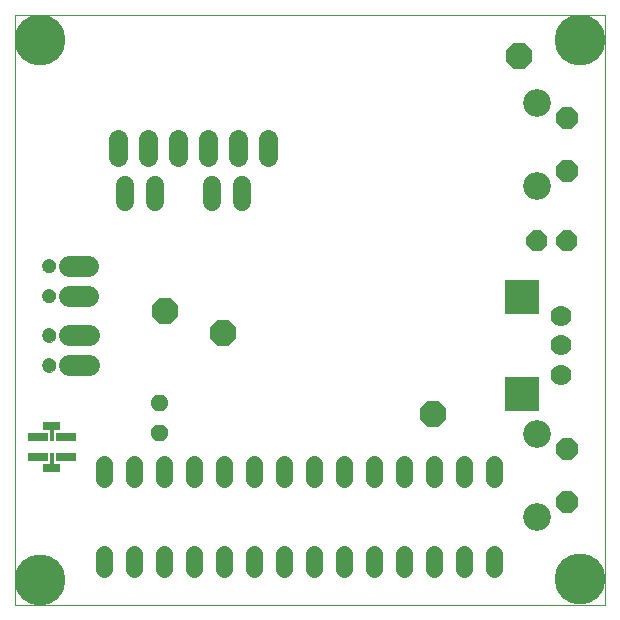
<source format=gts>
G75*
%MOIN*%
%OFA0B0*%
%FSLAX24Y24*%
%IPPOS*%
%LPD*%
%AMOC8*
5,1,8,0,0,1.08239X$1,22.5*
%
%ADD10C,0.0000*%
%ADD11OC8,0.0890*%
%ADD12C,0.0560*%
%ADD13C,0.0600*%
%ADD14C,0.0112*%
%ADD15OC8,0.0700*%
%ADD16OC8,0.0740*%
%ADD17C,0.0925*%
%ADD18C,0.0700*%
%ADD19R,0.1142X0.1142*%
%ADD20C,0.0640*%
%ADD21C,0.0690*%
%ADD22C,0.0473*%
%ADD23R,0.0152X0.0316*%
%ADD24C,0.1700*%
D10*
X000350Y000350D02*
X000350Y020035D01*
X020035Y020035D01*
X020035Y000350D01*
X000350Y000350D01*
X001267Y008344D02*
X001269Y008373D01*
X001275Y008401D01*
X001284Y008429D01*
X001297Y008455D01*
X001314Y008478D01*
X001333Y008500D01*
X001355Y008519D01*
X001380Y008534D01*
X001406Y008547D01*
X001434Y008555D01*
X001462Y008560D01*
X001491Y008561D01*
X001520Y008558D01*
X001548Y008551D01*
X001575Y008541D01*
X001601Y008527D01*
X001624Y008510D01*
X001645Y008490D01*
X001663Y008467D01*
X001678Y008442D01*
X001689Y008415D01*
X001697Y008387D01*
X001701Y008358D01*
X001701Y008330D01*
X001697Y008301D01*
X001689Y008273D01*
X001678Y008246D01*
X001663Y008221D01*
X001645Y008198D01*
X001624Y008178D01*
X001601Y008161D01*
X001575Y008147D01*
X001548Y008137D01*
X001520Y008130D01*
X001491Y008127D01*
X001462Y008128D01*
X001434Y008133D01*
X001406Y008141D01*
X001380Y008154D01*
X001355Y008169D01*
X001333Y008188D01*
X001314Y008210D01*
X001297Y008233D01*
X001284Y008259D01*
X001275Y008287D01*
X001269Y008315D01*
X001267Y008344D01*
X001267Y009344D02*
X001269Y009373D01*
X001275Y009401D01*
X001284Y009429D01*
X001297Y009455D01*
X001314Y009478D01*
X001333Y009500D01*
X001355Y009519D01*
X001380Y009534D01*
X001406Y009547D01*
X001434Y009555D01*
X001462Y009560D01*
X001491Y009561D01*
X001520Y009558D01*
X001548Y009551D01*
X001575Y009541D01*
X001601Y009527D01*
X001624Y009510D01*
X001645Y009490D01*
X001663Y009467D01*
X001678Y009442D01*
X001689Y009415D01*
X001697Y009387D01*
X001701Y009358D01*
X001701Y009330D01*
X001697Y009301D01*
X001689Y009273D01*
X001678Y009246D01*
X001663Y009221D01*
X001645Y009198D01*
X001624Y009178D01*
X001601Y009161D01*
X001575Y009147D01*
X001548Y009137D01*
X001520Y009130D01*
X001491Y009127D01*
X001462Y009128D01*
X001434Y009133D01*
X001406Y009141D01*
X001380Y009154D01*
X001355Y009169D01*
X001333Y009188D01*
X001314Y009210D01*
X001297Y009233D01*
X001284Y009259D01*
X001275Y009287D01*
X001269Y009315D01*
X001267Y009344D01*
X001259Y010670D02*
X001261Y010699D01*
X001267Y010727D01*
X001276Y010755D01*
X001289Y010781D01*
X001306Y010804D01*
X001325Y010826D01*
X001347Y010845D01*
X001372Y010860D01*
X001398Y010873D01*
X001426Y010881D01*
X001454Y010886D01*
X001483Y010887D01*
X001512Y010884D01*
X001540Y010877D01*
X001567Y010867D01*
X001593Y010853D01*
X001616Y010836D01*
X001637Y010816D01*
X001655Y010793D01*
X001670Y010768D01*
X001681Y010741D01*
X001689Y010713D01*
X001693Y010684D01*
X001693Y010656D01*
X001689Y010627D01*
X001681Y010599D01*
X001670Y010572D01*
X001655Y010547D01*
X001637Y010524D01*
X001616Y010504D01*
X001593Y010487D01*
X001567Y010473D01*
X001540Y010463D01*
X001512Y010456D01*
X001483Y010453D01*
X001454Y010454D01*
X001426Y010459D01*
X001398Y010467D01*
X001372Y010480D01*
X001347Y010495D01*
X001325Y010514D01*
X001306Y010536D01*
X001289Y010559D01*
X001276Y010585D01*
X001267Y010613D01*
X001261Y010641D01*
X001259Y010670D01*
X001259Y011670D02*
X001261Y011699D01*
X001267Y011727D01*
X001276Y011755D01*
X001289Y011781D01*
X001306Y011804D01*
X001325Y011826D01*
X001347Y011845D01*
X001372Y011860D01*
X001398Y011873D01*
X001426Y011881D01*
X001454Y011886D01*
X001483Y011887D01*
X001512Y011884D01*
X001540Y011877D01*
X001567Y011867D01*
X001593Y011853D01*
X001616Y011836D01*
X001637Y011816D01*
X001655Y011793D01*
X001670Y011768D01*
X001681Y011741D01*
X001689Y011713D01*
X001693Y011684D01*
X001693Y011656D01*
X001689Y011627D01*
X001681Y011599D01*
X001670Y011572D01*
X001655Y011547D01*
X001637Y011524D01*
X001616Y011504D01*
X001593Y011487D01*
X001567Y011473D01*
X001540Y011463D01*
X001512Y011456D01*
X001483Y011453D01*
X001454Y011454D01*
X001426Y011459D01*
X001398Y011467D01*
X001372Y011480D01*
X001347Y011495D01*
X001325Y011514D01*
X001306Y011536D01*
X001289Y011559D01*
X001276Y011585D01*
X001267Y011613D01*
X001261Y011641D01*
X001259Y011670D01*
D11*
X005350Y010143D03*
X007280Y009422D03*
X014277Y006729D03*
X017168Y018666D03*
D12*
X016317Y005065D02*
X016317Y004545D01*
X015317Y004545D02*
X015317Y005065D01*
X014317Y005065D02*
X014317Y004545D01*
X013317Y004545D02*
X013317Y005065D01*
X012317Y005065D02*
X012317Y004545D01*
X011317Y004545D02*
X011317Y005065D01*
X010317Y005065D02*
X010317Y004545D01*
X009317Y004545D02*
X009317Y005065D01*
X008317Y005065D02*
X008317Y004545D01*
X007317Y004545D02*
X007317Y005065D01*
X006317Y005065D02*
X006317Y004545D01*
X005317Y004545D02*
X005317Y005065D01*
X004317Y005065D02*
X004317Y004545D01*
X003317Y004545D02*
X003317Y005065D01*
X003317Y002065D02*
X003317Y001545D01*
X004317Y001545D02*
X004317Y002065D01*
X005317Y002065D02*
X005317Y001545D01*
X006317Y001545D02*
X006317Y002065D01*
X007317Y002065D02*
X007317Y001545D01*
X008317Y001545D02*
X008317Y002065D01*
X009317Y002065D02*
X009317Y001545D01*
X010317Y001545D02*
X010317Y002065D01*
X011317Y002065D02*
X011317Y001545D01*
X012317Y001545D02*
X012317Y002065D01*
X013317Y002065D02*
X013317Y001545D01*
X014317Y001545D02*
X014317Y002065D01*
X015317Y002065D02*
X015317Y001545D01*
X016317Y001545D02*
X016317Y002065D01*
D13*
X007916Y013783D02*
X007916Y014343D01*
X006916Y014343D02*
X006916Y013783D01*
X005021Y013790D02*
X005021Y014350D01*
X004021Y014350D02*
X004021Y013790D01*
D14*
X004986Y007069D02*
X004930Y007013D01*
X004930Y007199D01*
X005060Y007329D01*
X005246Y007329D01*
X005376Y007199D01*
X005376Y007013D01*
X005246Y006883D01*
X005060Y006883D01*
X004930Y007013D01*
X005014Y007048D01*
X005014Y007164D01*
X005095Y007245D01*
X005211Y007245D01*
X005292Y007164D01*
X005292Y007048D01*
X005211Y006967D01*
X005095Y006967D01*
X005014Y007048D01*
X005098Y007083D01*
X005098Y007129D01*
X005130Y007161D01*
X005176Y007161D01*
X005208Y007129D01*
X005208Y007083D01*
X005176Y007051D01*
X005130Y007051D01*
X005098Y007083D01*
X004986Y006079D02*
X004930Y006023D01*
X004930Y006209D01*
X005060Y006339D01*
X005246Y006339D01*
X005376Y006209D01*
X005376Y006023D01*
X005246Y005893D01*
X005060Y005893D01*
X004930Y006023D01*
X005014Y006058D01*
X005014Y006174D01*
X005095Y006255D01*
X005211Y006255D01*
X005292Y006174D01*
X005292Y006058D01*
X005211Y005977D01*
X005095Y005977D01*
X005014Y006058D01*
X005098Y006093D01*
X005098Y006139D01*
X005130Y006171D01*
X005176Y006171D01*
X005208Y006139D01*
X005208Y006093D01*
X005176Y006061D01*
X005130Y006061D01*
X005098Y006093D01*
D15*
X017763Y012502D03*
X018763Y012502D03*
D16*
X018753Y014814D03*
X018753Y016594D03*
X018753Y005571D03*
X018753Y003791D03*
D17*
X017773Y003301D03*
X017773Y006061D03*
X017773Y014324D03*
X017773Y017084D03*
D18*
X018568Y009996D03*
X018568Y009011D03*
X018568Y008027D03*
D19*
X017268Y007397D03*
X017268Y010626D03*
D20*
X008804Y015289D02*
X008804Y015889D01*
X007804Y015889D02*
X007804Y015289D01*
X006804Y015289D02*
X006804Y015889D01*
X005804Y015889D02*
X005804Y015289D01*
X004804Y015289D02*
X004804Y015889D01*
X003804Y015889D02*
X003804Y015289D01*
D21*
X002801Y011670D02*
X002151Y011670D01*
X002151Y010670D02*
X002801Y010670D01*
X002809Y009344D02*
X002160Y009344D01*
X002160Y008344D02*
X002809Y008344D01*
D22*
X001484Y008344D03*
X001484Y009344D03*
X001476Y010670D03*
X001476Y011670D03*
D23*
X001481Y006336D03*
X001588Y006336D03*
X001696Y006336D03*
X001804Y006336D03*
X001588Y006148D03*
X001588Y005953D03*
X001785Y005953D03*
X001892Y005953D03*
X001999Y005953D03*
X002105Y005953D03*
X002214Y005953D03*
X002321Y005953D03*
X002320Y005304D03*
X002213Y005304D03*
X002104Y005304D03*
X001998Y005305D03*
X001891Y005305D03*
X001785Y005303D03*
X001588Y005303D03*
X001391Y005303D03*
X001286Y005304D03*
X001179Y005304D03*
X001070Y005304D03*
X000964Y005304D03*
X000857Y005304D03*
X001374Y004920D03*
X001481Y004920D03*
X001588Y004920D03*
X001696Y004920D03*
X001804Y004920D03*
X001588Y005083D03*
X001391Y005953D03*
X001282Y005953D03*
X001175Y005953D03*
X001066Y005953D03*
X000960Y005953D03*
X000853Y005953D03*
X001374Y006336D03*
D24*
X001200Y001200D03*
X019179Y001212D03*
X019182Y019177D03*
X001201Y019175D03*
M02*

</source>
